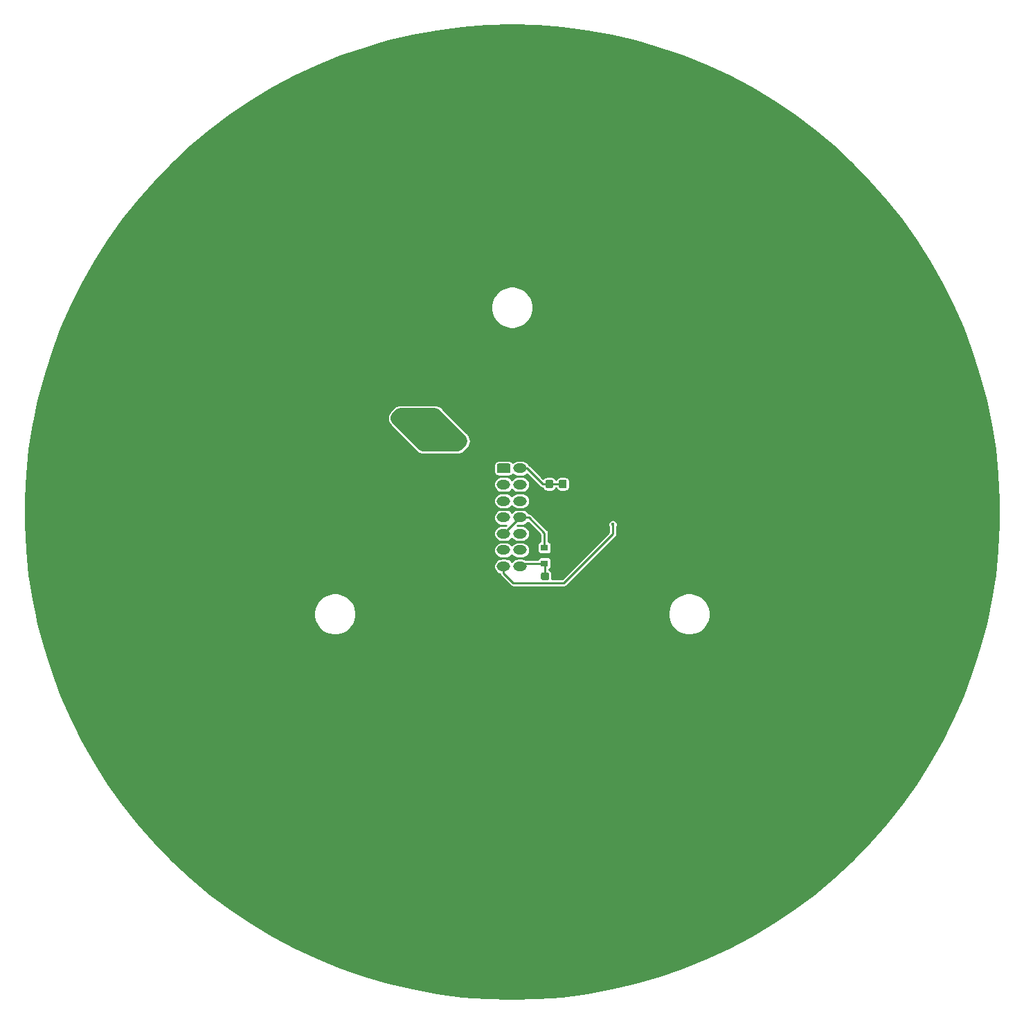
<source format=gbl>
G04 #@! TF.GenerationSoftware,KiCad,Pcbnew,5.1.5+dfsg1-2build2*
G04 #@! TF.CreationDate,2022-01-30T22:27:44+01:00*
G04 #@! TF.ProjectId,Light_Ring_PCB,4c696768-745f-4526-996e-675f5043422e,rev?*
G04 #@! TF.SameCoordinates,Original*
G04 #@! TF.FileFunction,Copper,L2,Bot*
G04 #@! TF.FilePolarity,Positive*
%FSLAX46Y46*%
G04 Gerber Fmt 4.6, Leading zero omitted, Abs format (unit mm)*
G04 Created by KiCad (PCBNEW 5.1.5+dfsg1-2build2) date 2022-01-30 22:27:44*
%MOMM*%
%LPD*%
G04 APERTURE LIST*
%ADD10C,0.100000*%
%ADD11O,1.650000X1.200000*%
%ADD12R,0.900000X0.800000*%
%ADD13C,0.800000*%
%ADD14C,0.400000*%
%ADD15C,2.000000*%
%ADD16C,0.250000*%
%ADD17C,0.254000*%
G04 APERTURE END LIST*
G04 #@! TA.AperFunction,ComponentPad*
D10*
G36*
X204711605Y-128899004D02*
G01*
X204735873Y-128902604D01*
X204759672Y-128908565D01*
X204782771Y-128916830D01*
X204804950Y-128927320D01*
X204825993Y-128939932D01*
X204845699Y-128954547D01*
X204863877Y-128971023D01*
X204880353Y-128989201D01*
X204894968Y-129008907D01*
X204907580Y-129029950D01*
X204918070Y-129052129D01*
X204926335Y-129075228D01*
X204932296Y-129099027D01*
X204935896Y-129123295D01*
X204937100Y-129147799D01*
X204937100Y-129847801D01*
X204935896Y-129872305D01*
X204932296Y-129896573D01*
X204926335Y-129920372D01*
X204918070Y-129943471D01*
X204907580Y-129965650D01*
X204894968Y-129986693D01*
X204880353Y-130006399D01*
X204863877Y-130024577D01*
X204845699Y-130041053D01*
X204825993Y-130055668D01*
X204804950Y-130068280D01*
X204782771Y-130078770D01*
X204759672Y-130087035D01*
X204735873Y-130092996D01*
X204711605Y-130096596D01*
X204687101Y-130097800D01*
X203537099Y-130097800D01*
X203512595Y-130096596D01*
X203488327Y-130092996D01*
X203464528Y-130087035D01*
X203441429Y-130078770D01*
X203419250Y-130068280D01*
X203398207Y-130055668D01*
X203378501Y-130041053D01*
X203360323Y-130024577D01*
X203343847Y-130006399D01*
X203329232Y-129986693D01*
X203316620Y-129965650D01*
X203306130Y-129943471D01*
X203297865Y-129920372D01*
X203291904Y-129896573D01*
X203288304Y-129872305D01*
X203287100Y-129847801D01*
X203287100Y-129147799D01*
X203288304Y-129123295D01*
X203291904Y-129099027D01*
X203297865Y-129075228D01*
X203306130Y-129052129D01*
X203316620Y-129029950D01*
X203329232Y-129008907D01*
X203343847Y-128989201D01*
X203360323Y-128971023D01*
X203378501Y-128954547D01*
X203398207Y-128939932D01*
X203419250Y-128927320D01*
X203441429Y-128916830D01*
X203464528Y-128908565D01*
X203488327Y-128902604D01*
X203512595Y-128899004D01*
X203537099Y-128897800D01*
X204687101Y-128897800D01*
X204711605Y-128899004D01*
G37*
G04 #@! TD.AperFunction*
D11*
X204112100Y-131497800D03*
X204112100Y-133497800D03*
X204112100Y-135497800D03*
X204112100Y-137497800D03*
X204112100Y-139497800D03*
X204112100Y-141497800D03*
X206112100Y-129497800D03*
X206112100Y-131497800D03*
X206112100Y-133497800D03*
X206112100Y-135497800D03*
X206112100Y-137497800D03*
X206112100Y-139497800D03*
X206112100Y-141497800D03*
D12*
X209096100Y-141115800D03*
X209096100Y-139215800D03*
X211096100Y-140165800D03*
G04 #@! TA.AperFunction,SMDPad,CuDef*
D10*
G36*
X209945879Y-130873944D02*
G01*
X209968934Y-130877363D01*
X209991543Y-130883027D01*
X210013487Y-130890879D01*
X210034557Y-130900844D01*
X210054548Y-130912826D01*
X210073268Y-130926710D01*
X210090538Y-130942362D01*
X210106190Y-130959632D01*
X210120074Y-130978352D01*
X210132056Y-130998343D01*
X210142021Y-131019413D01*
X210149873Y-131041357D01*
X210155537Y-131063966D01*
X210158956Y-131087021D01*
X210160100Y-131110300D01*
X210160100Y-131710300D01*
X210158956Y-131733579D01*
X210155537Y-131756634D01*
X210149873Y-131779243D01*
X210142021Y-131801187D01*
X210132056Y-131822257D01*
X210120074Y-131842248D01*
X210106190Y-131860968D01*
X210090538Y-131878238D01*
X210073268Y-131893890D01*
X210054548Y-131907774D01*
X210034557Y-131919756D01*
X210013487Y-131929721D01*
X209991543Y-131937573D01*
X209968934Y-131943237D01*
X209945879Y-131946656D01*
X209922600Y-131947800D01*
X209447600Y-131947800D01*
X209424321Y-131946656D01*
X209401266Y-131943237D01*
X209378657Y-131937573D01*
X209356713Y-131929721D01*
X209335643Y-131919756D01*
X209315652Y-131907774D01*
X209296932Y-131893890D01*
X209279662Y-131878238D01*
X209264010Y-131860968D01*
X209250126Y-131842248D01*
X209238144Y-131822257D01*
X209228179Y-131801187D01*
X209220327Y-131779243D01*
X209214663Y-131756634D01*
X209211244Y-131733579D01*
X209210100Y-131710300D01*
X209210100Y-131110300D01*
X209211244Y-131087021D01*
X209214663Y-131063966D01*
X209220327Y-131041357D01*
X209228179Y-131019413D01*
X209238144Y-130998343D01*
X209250126Y-130978352D01*
X209264010Y-130959632D01*
X209279662Y-130942362D01*
X209296932Y-130926710D01*
X209315652Y-130912826D01*
X209335643Y-130900844D01*
X209356713Y-130890879D01*
X209378657Y-130883027D01*
X209401266Y-130877363D01*
X209424321Y-130873944D01*
X209447600Y-130872800D01*
X209922600Y-130872800D01*
X209945879Y-130873944D01*
G37*
G04 #@! TD.AperFunction*
G04 #@! TA.AperFunction,SMDPad,CuDef*
G36*
X209945879Y-129148944D02*
G01*
X209968934Y-129152363D01*
X209991543Y-129158027D01*
X210013487Y-129165879D01*
X210034557Y-129175844D01*
X210054548Y-129187826D01*
X210073268Y-129201710D01*
X210090538Y-129217362D01*
X210106190Y-129234632D01*
X210120074Y-129253352D01*
X210132056Y-129273343D01*
X210142021Y-129294413D01*
X210149873Y-129316357D01*
X210155537Y-129338966D01*
X210158956Y-129362021D01*
X210160100Y-129385300D01*
X210160100Y-129985300D01*
X210158956Y-130008579D01*
X210155537Y-130031634D01*
X210149873Y-130054243D01*
X210142021Y-130076187D01*
X210132056Y-130097257D01*
X210120074Y-130117248D01*
X210106190Y-130135968D01*
X210090538Y-130153238D01*
X210073268Y-130168890D01*
X210054548Y-130182774D01*
X210034557Y-130194756D01*
X210013487Y-130204721D01*
X209991543Y-130212573D01*
X209968934Y-130218237D01*
X209945879Y-130221656D01*
X209922600Y-130222800D01*
X209447600Y-130222800D01*
X209424321Y-130221656D01*
X209401266Y-130218237D01*
X209378657Y-130212573D01*
X209356713Y-130204721D01*
X209335643Y-130194756D01*
X209315652Y-130182774D01*
X209296932Y-130168890D01*
X209279662Y-130153238D01*
X209264010Y-130135968D01*
X209250126Y-130117248D01*
X209238144Y-130097257D01*
X209228179Y-130076187D01*
X209220327Y-130054243D01*
X209214663Y-130031634D01*
X209211244Y-130008579D01*
X209210100Y-129985300D01*
X209210100Y-129385300D01*
X209211244Y-129362021D01*
X209214663Y-129338966D01*
X209220327Y-129316357D01*
X209228179Y-129294413D01*
X209238144Y-129273343D01*
X209250126Y-129253352D01*
X209264010Y-129234632D01*
X209279662Y-129217362D01*
X209296932Y-129201710D01*
X209315652Y-129187826D01*
X209335643Y-129175844D01*
X209356713Y-129165879D01*
X209378657Y-129158027D01*
X209401266Y-129152363D01*
X209424321Y-129148944D01*
X209447600Y-129147800D01*
X209922600Y-129147800D01*
X209945879Y-129148944D01*
G37*
G04 #@! TD.AperFunction*
G04 #@! TA.AperFunction,SMDPad,CuDef*
G36*
X211596879Y-130873944D02*
G01*
X211619934Y-130877363D01*
X211642543Y-130883027D01*
X211664487Y-130890879D01*
X211685557Y-130900844D01*
X211705548Y-130912826D01*
X211724268Y-130926710D01*
X211741538Y-130942362D01*
X211757190Y-130959632D01*
X211771074Y-130978352D01*
X211783056Y-130998343D01*
X211793021Y-131019413D01*
X211800873Y-131041357D01*
X211806537Y-131063966D01*
X211809956Y-131087021D01*
X211811100Y-131110300D01*
X211811100Y-131710300D01*
X211809956Y-131733579D01*
X211806537Y-131756634D01*
X211800873Y-131779243D01*
X211793021Y-131801187D01*
X211783056Y-131822257D01*
X211771074Y-131842248D01*
X211757190Y-131860968D01*
X211741538Y-131878238D01*
X211724268Y-131893890D01*
X211705548Y-131907774D01*
X211685557Y-131919756D01*
X211664487Y-131929721D01*
X211642543Y-131937573D01*
X211619934Y-131943237D01*
X211596879Y-131946656D01*
X211573600Y-131947800D01*
X211098600Y-131947800D01*
X211075321Y-131946656D01*
X211052266Y-131943237D01*
X211029657Y-131937573D01*
X211007713Y-131929721D01*
X210986643Y-131919756D01*
X210966652Y-131907774D01*
X210947932Y-131893890D01*
X210930662Y-131878238D01*
X210915010Y-131860968D01*
X210901126Y-131842248D01*
X210889144Y-131822257D01*
X210879179Y-131801187D01*
X210871327Y-131779243D01*
X210865663Y-131756634D01*
X210862244Y-131733579D01*
X210861100Y-131710300D01*
X210861100Y-131110300D01*
X210862244Y-131087021D01*
X210865663Y-131063966D01*
X210871327Y-131041357D01*
X210879179Y-131019413D01*
X210889144Y-130998343D01*
X210901126Y-130978352D01*
X210915010Y-130959632D01*
X210930662Y-130942362D01*
X210947932Y-130926710D01*
X210966652Y-130912826D01*
X210986643Y-130900844D01*
X211007713Y-130890879D01*
X211029657Y-130883027D01*
X211052266Y-130877363D01*
X211075321Y-130873944D01*
X211098600Y-130872800D01*
X211573600Y-130872800D01*
X211596879Y-130873944D01*
G37*
G04 #@! TD.AperFunction*
G04 #@! TA.AperFunction,SMDPad,CuDef*
G36*
X211596879Y-129148944D02*
G01*
X211619934Y-129152363D01*
X211642543Y-129158027D01*
X211664487Y-129165879D01*
X211685557Y-129175844D01*
X211705548Y-129187826D01*
X211724268Y-129201710D01*
X211741538Y-129217362D01*
X211757190Y-129234632D01*
X211771074Y-129253352D01*
X211783056Y-129273343D01*
X211793021Y-129294413D01*
X211800873Y-129316357D01*
X211806537Y-129338966D01*
X211809956Y-129362021D01*
X211811100Y-129385300D01*
X211811100Y-129985300D01*
X211809956Y-130008579D01*
X211806537Y-130031634D01*
X211800873Y-130054243D01*
X211793021Y-130076187D01*
X211783056Y-130097257D01*
X211771074Y-130117248D01*
X211757190Y-130135968D01*
X211741538Y-130153238D01*
X211724268Y-130168890D01*
X211705548Y-130182774D01*
X211685557Y-130194756D01*
X211664487Y-130204721D01*
X211642543Y-130212573D01*
X211619934Y-130218237D01*
X211596879Y-130221656D01*
X211573600Y-130222800D01*
X211098600Y-130222800D01*
X211075321Y-130221656D01*
X211052266Y-130218237D01*
X211029657Y-130212573D01*
X211007713Y-130204721D01*
X210986643Y-130194756D01*
X210966652Y-130182774D01*
X210947932Y-130168890D01*
X210930662Y-130153238D01*
X210915010Y-130135968D01*
X210901126Y-130117248D01*
X210889144Y-130097257D01*
X210879179Y-130076187D01*
X210871327Y-130054243D01*
X210865663Y-130031634D01*
X210862244Y-130008579D01*
X210861100Y-129985300D01*
X210861100Y-129385300D01*
X210862244Y-129362021D01*
X210865663Y-129338966D01*
X210871327Y-129316357D01*
X210879179Y-129294413D01*
X210889144Y-129273343D01*
X210901126Y-129253352D01*
X210915010Y-129234632D01*
X210930662Y-129217362D01*
X210947932Y-129201710D01*
X210966652Y-129187826D01*
X210986643Y-129175844D01*
X211007713Y-129165879D01*
X211029657Y-129158027D01*
X211052266Y-129152363D01*
X211075321Y-129148944D01*
X211098600Y-129147800D01*
X211573600Y-129147800D01*
X211596879Y-129148944D01*
G37*
G04 #@! TD.AperFunction*
G04 #@! TA.AperFunction,SMDPad,CuDef*
G36*
X209441879Y-142231944D02*
G01*
X209464934Y-142235363D01*
X209487543Y-142241027D01*
X209509487Y-142248879D01*
X209530557Y-142258844D01*
X209550548Y-142270826D01*
X209569268Y-142284710D01*
X209586538Y-142300362D01*
X209602190Y-142317632D01*
X209616074Y-142336352D01*
X209628056Y-142356343D01*
X209638021Y-142377413D01*
X209645873Y-142399357D01*
X209651537Y-142421966D01*
X209654956Y-142445021D01*
X209656100Y-142468300D01*
X209656100Y-142943300D01*
X209654956Y-142966579D01*
X209651537Y-142989634D01*
X209645873Y-143012243D01*
X209638021Y-143034187D01*
X209628056Y-143055257D01*
X209616074Y-143075248D01*
X209602190Y-143093968D01*
X209586538Y-143111238D01*
X209569268Y-143126890D01*
X209550548Y-143140774D01*
X209530557Y-143152756D01*
X209509487Y-143162721D01*
X209487543Y-143170573D01*
X209464934Y-143176237D01*
X209441879Y-143179656D01*
X209418600Y-143180800D01*
X208918600Y-143180800D01*
X208895321Y-143179656D01*
X208872266Y-143176237D01*
X208849657Y-143170573D01*
X208827713Y-143162721D01*
X208806643Y-143152756D01*
X208786652Y-143140774D01*
X208767932Y-143126890D01*
X208750662Y-143111238D01*
X208735010Y-143093968D01*
X208721126Y-143075248D01*
X208709144Y-143055257D01*
X208699179Y-143034187D01*
X208691327Y-143012243D01*
X208685663Y-142989634D01*
X208682244Y-142966579D01*
X208681100Y-142943300D01*
X208681100Y-142468300D01*
X208682244Y-142445021D01*
X208685663Y-142421966D01*
X208691327Y-142399357D01*
X208699179Y-142377413D01*
X208709144Y-142356343D01*
X208721126Y-142336352D01*
X208735010Y-142317632D01*
X208750662Y-142300362D01*
X208767932Y-142284710D01*
X208786652Y-142270826D01*
X208806643Y-142258844D01*
X208827713Y-142248879D01*
X208849657Y-142241027D01*
X208872266Y-142235363D01*
X208895321Y-142231944D01*
X208918600Y-142230800D01*
X209418600Y-142230800D01*
X209441879Y-142231944D01*
G37*
G04 #@! TD.AperFunction*
G04 #@! TA.AperFunction,SMDPad,CuDef*
G36*
X211266879Y-142231944D02*
G01*
X211289934Y-142235363D01*
X211312543Y-142241027D01*
X211334487Y-142248879D01*
X211355557Y-142258844D01*
X211375548Y-142270826D01*
X211394268Y-142284710D01*
X211411538Y-142300362D01*
X211427190Y-142317632D01*
X211441074Y-142336352D01*
X211453056Y-142356343D01*
X211463021Y-142377413D01*
X211470873Y-142399357D01*
X211476537Y-142421966D01*
X211479956Y-142445021D01*
X211481100Y-142468300D01*
X211481100Y-142943300D01*
X211479956Y-142966579D01*
X211476537Y-142989634D01*
X211470873Y-143012243D01*
X211463021Y-143034187D01*
X211453056Y-143055257D01*
X211441074Y-143075248D01*
X211427190Y-143093968D01*
X211411538Y-143111238D01*
X211394268Y-143126890D01*
X211375548Y-143140774D01*
X211355557Y-143152756D01*
X211334487Y-143162721D01*
X211312543Y-143170573D01*
X211289934Y-143176237D01*
X211266879Y-143179656D01*
X211243600Y-143180800D01*
X210743600Y-143180800D01*
X210720321Y-143179656D01*
X210697266Y-143176237D01*
X210674657Y-143170573D01*
X210652713Y-143162721D01*
X210631643Y-143152756D01*
X210611652Y-143140774D01*
X210592932Y-143126890D01*
X210575662Y-143111238D01*
X210560010Y-143093968D01*
X210546126Y-143075248D01*
X210534144Y-143055257D01*
X210524179Y-143034187D01*
X210516327Y-143012243D01*
X210510663Y-142989634D01*
X210507244Y-142966579D01*
X210506100Y-142943300D01*
X210506100Y-142468300D01*
X210507244Y-142445021D01*
X210510663Y-142421966D01*
X210516327Y-142399357D01*
X210524179Y-142377413D01*
X210534144Y-142356343D01*
X210546126Y-142336352D01*
X210560010Y-142317632D01*
X210575662Y-142300362D01*
X210592932Y-142284710D01*
X210611652Y-142270826D01*
X210631643Y-142258844D01*
X210652713Y-142248879D01*
X210674657Y-142241027D01*
X210697266Y-142235363D01*
X210720321Y-142231944D01*
X210743600Y-142230800D01*
X211243600Y-142230800D01*
X211266879Y-142231944D01*
G37*
G04 #@! TD.AperFunction*
D13*
X157518100Y-123621800D03*
X148628100Y-132511800D03*
X156248100Y-135051800D03*
X156248100Y-137591800D03*
X157518100Y-147751800D03*
X159042100Y-149783800D03*
X149390100Y-147243800D03*
X150152100Y-118795800D03*
X156248100Y-105079800D03*
X162598100Y-110921800D03*
X160820100Y-113715800D03*
X168440100Y-102793800D03*
X169964100Y-101523800D03*
X167170100Y-92887800D03*
X180124100Y-93395800D03*
X178600100Y-94157800D03*
X178854100Y-84759800D03*
X190284100Y-88315800D03*
X192062100Y-88061800D03*
X192316100Y-79171800D03*
X200444100Y-85521800D03*
X201968100Y-86029800D03*
X207302100Y-77647800D03*
X222796100Y-81965800D03*
X214922100Y-87299800D03*
X216192100Y-87807800D03*
X235750100Y-86537800D03*
X226098100Y-90601800D03*
X227368100Y-91363800D03*
X236512100Y-96189800D03*
X235750100Y-97205800D03*
X246926100Y-97205800D03*
X246672100Y-110159800D03*
X245148100Y-106603800D03*
X255816100Y-108889800D03*
X250228100Y-119303800D03*
X250228100Y-120573800D03*
X261404100Y-122859800D03*
X253276100Y-130479800D03*
X252514100Y-131495800D03*
X262166100Y-138099800D03*
X252514100Y-143941800D03*
X252006100Y-144957800D03*
X259372100Y-152577800D03*
X248450100Y-156641800D03*
X247942100Y-158165800D03*
X253530100Y-165785800D03*
X241846100Y-166547800D03*
X240830100Y-167563800D03*
X244640100Y-176961800D03*
X231940100Y-174675800D03*
X230670100Y-175691800D03*
X220256100Y-180517800D03*
X218732100Y-181025800D03*
X216700100Y-189915800D03*
X209334100Y-184073800D03*
X205270100Y-183565800D03*
X203492100Y-192709800D03*
X194094100Y-182803800D03*
X195364100Y-183311800D03*
X188252100Y-187629800D03*
X183934100Y-178993800D03*
X182918100Y-178231800D03*
X174790100Y-181787800D03*
X173774100Y-171627800D03*
X173266100Y-170611800D03*
X162852100Y-172389800D03*
X154724100Y-160705800D03*
X164630100Y-159943800D03*
X165392100Y-160705800D03*
X230924100Y-185597800D03*
D14*
X209700100Y-138260800D03*
X209700100Y-131529800D03*
D13*
X194348100Y-126415800D03*
X193586100Y-125653800D03*
X197904100Y-125399800D03*
X192824100Y-124891800D03*
X197142100Y-124637800D03*
X196380100Y-123875800D03*
X192062100Y-124129800D03*
X191300100Y-123367800D03*
X195618100Y-123113800D03*
D14*
X217447100Y-136355800D03*
D15*
X191300100Y-123367800D02*
X194348100Y-126415800D01*
X198412100Y-126415800D02*
X198666100Y-126161800D01*
X194348100Y-126415800D02*
X198412100Y-126415800D01*
X198666100Y-126161800D02*
X195618100Y-123113800D01*
X191554100Y-123113800D02*
X191300100Y-123367800D01*
X195618100Y-123113800D02*
X191554100Y-123113800D01*
X191300100Y-123367800D02*
X193586100Y-123367800D01*
X193586100Y-123367800D02*
X195618100Y-125399800D01*
D16*
X209685100Y-131410300D02*
X211336100Y-131410300D01*
X208869400Y-131410300D02*
X206956900Y-129497800D01*
X206956900Y-129497800D02*
X206112100Y-129497800D01*
X209685100Y-131410300D02*
X208869400Y-131410300D01*
X207187100Y-135497800D02*
X206112100Y-135497800D01*
X209096100Y-137406800D02*
X207187100Y-135497800D01*
X209096100Y-139215800D02*
X209096100Y-137406800D01*
X204112100Y-137497800D02*
X206112100Y-135497800D01*
X211476600Y-143505810D02*
X217447100Y-137535310D01*
X205270110Y-143505810D02*
X211476600Y-143505810D01*
X204112100Y-142347800D02*
X205270110Y-143505810D01*
X204112100Y-141497800D02*
X204112100Y-142347800D01*
X217447100Y-136638642D02*
X217447100Y-136355800D01*
X217447100Y-137535310D02*
X217447100Y-136638642D01*
X209168600Y-141188300D02*
X209096100Y-141115800D01*
X209168600Y-142705800D02*
X209168600Y-141188300D01*
X206494100Y-141115800D02*
X206112100Y-141497800D01*
X209096100Y-141115800D02*
X206494100Y-141115800D01*
D17*
G36*
X208192064Y-75391717D02*
G01*
X211247903Y-75628258D01*
X214287513Y-76021797D01*
X217302834Y-76571288D01*
X220285870Y-77275277D01*
X223228711Y-78131895D01*
X226123551Y-79138871D01*
X228962716Y-80293534D01*
X231738675Y-81592823D01*
X234444068Y-83033293D01*
X237071721Y-84611122D01*
X239614664Y-86322128D01*
X242066156Y-88161773D01*
X244419694Y-90125179D01*
X246669038Y-92207138D01*
X248808223Y-94402130D01*
X250831576Y-96704335D01*
X252733732Y-99107646D01*
X254509646Y-101605692D01*
X256154609Y-104191847D01*
X257664259Y-106859254D01*
X259034593Y-109600839D01*
X260261976Y-112409332D01*
X261343154Y-115277286D01*
X262275260Y-118197094D01*
X263055822Y-121161015D01*
X263682770Y-124161189D01*
X264154442Y-127189658D01*
X264469586Y-130238394D01*
X264627368Y-133299310D01*
X264627368Y-136364290D01*
X264469586Y-139425206D01*
X264154442Y-142473942D01*
X263682770Y-145502411D01*
X263055822Y-148502585D01*
X262275260Y-151466506D01*
X261343154Y-154386314D01*
X260261976Y-157254268D01*
X259034593Y-160062761D01*
X257664259Y-162804346D01*
X256154609Y-165471753D01*
X254509646Y-168057908D01*
X252733732Y-170555954D01*
X250831576Y-172959265D01*
X248808223Y-175261470D01*
X246669038Y-177456462D01*
X244419694Y-179538421D01*
X242066156Y-181501827D01*
X239614664Y-183341472D01*
X237071721Y-185052478D01*
X234444068Y-186630307D01*
X231738675Y-188070777D01*
X228962716Y-189370066D01*
X226123551Y-190524729D01*
X223228711Y-191531705D01*
X220285870Y-192388323D01*
X217302834Y-193092312D01*
X214287513Y-193641803D01*
X211247903Y-194035342D01*
X208192064Y-194271883D01*
X205128100Y-194350800D01*
X202064136Y-194271883D01*
X199008297Y-194035342D01*
X195968687Y-193641803D01*
X192953366Y-193092312D01*
X189970330Y-192388323D01*
X187027489Y-191531705D01*
X184132649Y-190524729D01*
X181293484Y-189370066D01*
X178517525Y-188070777D01*
X175812132Y-186630307D01*
X173184479Y-185052478D01*
X170641536Y-183341472D01*
X168190044Y-181501827D01*
X165836506Y-179538421D01*
X163587162Y-177456462D01*
X161447977Y-175261470D01*
X159424624Y-172959265D01*
X157522468Y-170555954D01*
X155746554Y-168057908D01*
X154101591Y-165471753D01*
X152591941Y-162804346D01*
X151221607Y-160062761D01*
X149994224Y-157254268D01*
X148913046Y-154386314D01*
X147980940Y-151466506D01*
X147200378Y-148502585D01*
X146902443Y-147076857D01*
X180888990Y-147076857D01*
X180888990Y-147586743D01*
X180988463Y-148086830D01*
X181183588Y-148557903D01*
X181466865Y-148981857D01*
X181827408Y-149342400D01*
X182251362Y-149625677D01*
X182722435Y-149820802D01*
X183222522Y-149920275D01*
X183732408Y-149920275D01*
X184232495Y-149820802D01*
X184703568Y-149625677D01*
X185127522Y-149342400D01*
X185488065Y-148981857D01*
X185771342Y-148557903D01*
X185966467Y-148086830D01*
X186065940Y-147586743D01*
X186065940Y-147076857D01*
X224190260Y-147076857D01*
X224190260Y-147586743D01*
X224289733Y-148086830D01*
X224484858Y-148557903D01*
X224768135Y-148981857D01*
X225128678Y-149342400D01*
X225552632Y-149625677D01*
X226023705Y-149820802D01*
X226523792Y-149920275D01*
X227033678Y-149920275D01*
X227533765Y-149820802D01*
X228004838Y-149625677D01*
X228428792Y-149342400D01*
X228789335Y-148981857D01*
X229072612Y-148557903D01*
X229267737Y-148086830D01*
X229367210Y-147586743D01*
X229367210Y-147076857D01*
X229267737Y-146576770D01*
X229072612Y-146105697D01*
X228789335Y-145681743D01*
X228428792Y-145321200D01*
X228004838Y-145037923D01*
X227533765Y-144842798D01*
X227033678Y-144743325D01*
X226523792Y-144743325D01*
X226023705Y-144842798D01*
X225552632Y-145037923D01*
X225128678Y-145321200D01*
X224768135Y-145681743D01*
X224484858Y-146105697D01*
X224289733Y-146576770D01*
X224190260Y-147076857D01*
X186065940Y-147076857D01*
X185966467Y-146576770D01*
X185771342Y-146105697D01*
X185488065Y-145681743D01*
X185127522Y-145321200D01*
X184703568Y-145037923D01*
X184232495Y-144842798D01*
X183732408Y-144743325D01*
X183222522Y-144743325D01*
X182722435Y-144842798D01*
X182251362Y-145037923D01*
X181827408Y-145321200D01*
X181466865Y-145681743D01*
X181183588Y-146105697D01*
X180988463Y-146576770D01*
X180888990Y-147076857D01*
X146902443Y-147076857D01*
X146573430Y-145502411D01*
X146101758Y-142473942D01*
X146000856Y-141497800D01*
X202901354Y-141497800D01*
X202920295Y-141690110D01*
X202976389Y-141875029D01*
X203067482Y-142045451D01*
X203190072Y-142194828D01*
X203339449Y-142317418D01*
X203509871Y-142408511D01*
X203612704Y-142439705D01*
X203613422Y-142446992D01*
X203642355Y-142542374D01*
X203642356Y-142542375D01*
X203689342Y-142630279D01*
X203752574Y-142707327D01*
X203771880Y-142723171D01*
X204894738Y-143846030D01*
X204910583Y-143865337D01*
X204987631Y-143928569D01*
X205075535Y-143975555D01*
X205148717Y-143997754D01*
X205170916Y-144004488D01*
X205180804Y-144005462D01*
X205245256Y-144011810D01*
X205245263Y-144011810D01*
X205270109Y-144014257D01*
X205294955Y-144011810D01*
X211451754Y-144011810D01*
X211476600Y-144014257D01*
X211501446Y-144011810D01*
X211501454Y-144011810D01*
X211575793Y-144004488D01*
X211671175Y-143975555D01*
X211759079Y-143928569D01*
X211836127Y-143865337D01*
X211851976Y-143846025D01*
X217787320Y-137910682D01*
X217806627Y-137894837D01*
X217869859Y-137817789D01*
X217916845Y-137729885D01*
X217945778Y-137634503D01*
X217953100Y-137560164D01*
X217953100Y-137560157D01*
X217955547Y-137535311D01*
X217953100Y-137510465D01*
X217953100Y-136644289D01*
X217961975Y-136631007D01*
X218005772Y-136525271D01*
X218028100Y-136413023D01*
X218028100Y-136298577D01*
X218005772Y-136186329D01*
X217961975Y-136080593D01*
X217898392Y-135985434D01*
X217817466Y-135904508D01*
X217722307Y-135840925D01*
X217616571Y-135797128D01*
X217504323Y-135774800D01*
X217389877Y-135774800D01*
X217277629Y-135797128D01*
X217171893Y-135840925D01*
X217076734Y-135904508D01*
X216995808Y-135985434D01*
X216932225Y-136080593D01*
X216888428Y-136186329D01*
X216866100Y-136298577D01*
X216866100Y-136413023D01*
X216888428Y-136525271D01*
X216932225Y-136631007D01*
X216941100Y-136644289D01*
X216941100Y-136663495D01*
X216941101Y-136663505D01*
X216941100Y-137325718D01*
X211267009Y-142999810D01*
X210033377Y-142999810D01*
X210038943Y-142943300D01*
X210038943Y-142468300D01*
X210027023Y-142347277D01*
X209991722Y-142230905D01*
X209934396Y-142123656D01*
X209857249Y-142029651D01*
X209763244Y-141952504D01*
X209674600Y-141905123D01*
X209674600Y-141874964D01*
X209692608Y-141869501D01*
X209758796Y-141834122D01*
X209816811Y-141786511D01*
X209864422Y-141728496D01*
X209899801Y-141662308D01*
X209921587Y-141590489D01*
X209928943Y-141515800D01*
X209928943Y-140715800D01*
X209921587Y-140641111D01*
X209899801Y-140569292D01*
X209864422Y-140503104D01*
X209816811Y-140445089D01*
X209758796Y-140397478D01*
X209692608Y-140362099D01*
X209620789Y-140340313D01*
X209546100Y-140332957D01*
X208646100Y-140332957D01*
X208571411Y-140340313D01*
X208499592Y-140362099D01*
X208433404Y-140397478D01*
X208375389Y-140445089D01*
X208327778Y-140503104D01*
X208292399Y-140569292D01*
X208280111Y-140609800D01*
X206756818Y-140609800D01*
X206714329Y-140587089D01*
X206529410Y-140530995D01*
X206385287Y-140516800D01*
X205838913Y-140516800D01*
X205694790Y-140530995D01*
X205509871Y-140587089D01*
X205339449Y-140678182D01*
X205190072Y-140800772D01*
X205112100Y-140895782D01*
X205034128Y-140800772D01*
X204884751Y-140678182D01*
X204714329Y-140587089D01*
X204529410Y-140530995D01*
X204385287Y-140516800D01*
X203838913Y-140516800D01*
X203694790Y-140530995D01*
X203509871Y-140587089D01*
X203339449Y-140678182D01*
X203190072Y-140800772D01*
X203067482Y-140950149D01*
X202976389Y-141120571D01*
X202920295Y-141305490D01*
X202901354Y-141497800D01*
X146000856Y-141497800D01*
X145794118Y-139497800D01*
X202901354Y-139497800D01*
X202920295Y-139690110D01*
X202976389Y-139875029D01*
X203067482Y-140045451D01*
X203190072Y-140194828D01*
X203339449Y-140317418D01*
X203509871Y-140408511D01*
X203694790Y-140464605D01*
X203838913Y-140478800D01*
X204385287Y-140478800D01*
X204529410Y-140464605D01*
X204714329Y-140408511D01*
X204884751Y-140317418D01*
X205034128Y-140194828D01*
X205112100Y-140099818D01*
X205190072Y-140194828D01*
X205339449Y-140317418D01*
X205509871Y-140408511D01*
X205694790Y-140464605D01*
X205838913Y-140478800D01*
X206385287Y-140478800D01*
X206529410Y-140464605D01*
X206714329Y-140408511D01*
X206884751Y-140317418D01*
X207034128Y-140194828D01*
X207156718Y-140045451D01*
X207247811Y-139875029D01*
X207303905Y-139690110D01*
X207322846Y-139497800D01*
X207303905Y-139305490D01*
X207247811Y-139120571D01*
X207156718Y-138950149D01*
X207034128Y-138800772D01*
X206884751Y-138678182D01*
X206714329Y-138587089D01*
X206529410Y-138530995D01*
X206385287Y-138516800D01*
X205838913Y-138516800D01*
X205694790Y-138530995D01*
X205509871Y-138587089D01*
X205339449Y-138678182D01*
X205190072Y-138800772D01*
X205112100Y-138895782D01*
X205034128Y-138800772D01*
X204884751Y-138678182D01*
X204714329Y-138587089D01*
X204529410Y-138530995D01*
X204385287Y-138516800D01*
X203838913Y-138516800D01*
X203694790Y-138530995D01*
X203509871Y-138587089D01*
X203339449Y-138678182D01*
X203190072Y-138800772D01*
X203067482Y-138950149D01*
X202976389Y-139120571D01*
X202920295Y-139305490D01*
X202901354Y-139497800D01*
X145794118Y-139497800D01*
X145786614Y-139425206D01*
X145628832Y-136364290D01*
X145628832Y-135497800D01*
X202901354Y-135497800D01*
X202920295Y-135690110D01*
X202976389Y-135875029D01*
X203067482Y-136045451D01*
X203190072Y-136194828D01*
X203339449Y-136317418D01*
X203509871Y-136408511D01*
X203694790Y-136464605D01*
X203838913Y-136478800D01*
X204385287Y-136478800D01*
X204418810Y-136475498D01*
X204377509Y-136516800D01*
X203838913Y-136516800D01*
X203694790Y-136530995D01*
X203509871Y-136587089D01*
X203339449Y-136678182D01*
X203190072Y-136800772D01*
X203067482Y-136950149D01*
X202976389Y-137120571D01*
X202920295Y-137305490D01*
X202901354Y-137497800D01*
X202920295Y-137690110D01*
X202976389Y-137875029D01*
X203067482Y-138045451D01*
X203190072Y-138194828D01*
X203339449Y-138317418D01*
X203509871Y-138408511D01*
X203694790Y-138464605D01*
X203838913Y-138478800D01*
X204385287Y-138478800D01*
X204529410Y-138464605D01*
X204714329Y-138408511D01*
X204884751Y-138317418D01*
X205034128Y-138194828D01*
X205112100Y-138099818D01*
X205190072Y-138194828D01*
X205339449Y-138317418D01*
X205509871Y-138408511D01*
X205694790Y-138464605D01*
X205838913Y-138478800D01*
X206385287Y-138478800D01*
X206529410Y-138464605D01*
X206714329Y-138408511D01*
X206884751Y-138317418D01*
X207034128Y-138194828D01*
X207156718Y-138045451D01*
X207247811Y-137875029D01*
X207303905Y-137690110D01*
X207322846Y-137497800D01*
X207303905Y-137305490D01*
X207247811Y-137120571D01*
X207156718Y-136950149D01*
X207034128Y-136800772D01*
X206884751Y-136678182D01*
X206714329Y-136587089D01*
X206529410Y-136530995D01*
X206385287Y-136516800D01*
X205838913Y-136516800D01*
X205805390Y-136520102D01*
X205846692Y-136478800D01*
X206385287Y-136478800D01*
X206529410Y-136464605D01*
X206714329Y-136408511D01*
X206884751Y-136317418D01*
X207034128Y-136194828D01*
X207094713Y-136121004D01*
X208590101Y-137616393D01*
X208590100Y-138438472D01*
X208571411Y-138440313D01*
X208499592Y-138462099D01*
X208433404Y-138497478D01*
X208375389Y-138545089D01*
X208327778Y-138603104D01*
X208292399Y-138669292D01*
X208270613Y-138741111D01*
X208263257Y-138815800D01*
X208263257Y-139615800D01*
X208270613Y-139690489D01*
X208292399Y-139762308D01*
X208327778Y-139828496D01*
X208375389Y-139886511D01*
X208433404Y-139934122D01*
X208499592Y-139969501D01*
X208571411Y-139991287D01*
X208646100Y-139998643D01*
X209546100Y-139998643D01*
X209620789Y-139991287D01*
X209692608Y-139969501D01*
X209758796Y-139934122D01*
X209816811Y-139886511D01*
X209864422Y-139828496D01*
X209899801Y-139762308D01*
X209921587Y-139690489D01*
X209928943Y-139615800D01*
X209928943Y-138815800D01*
X209921587Y-138741111D01*
X209899801Y-138669292D01*
X209864422Y-138603104D01*
X209816811Y-138545089D01*
X209758796Y-138497478D01*
X209692608Y-138462099D01*
X209620789Y-138440313D01*
X209602100Y-138438472D01*
X209602100Y-137431654D01*
X209604548Y-137406800D01*
X209594778Y-137307607D01*
X209565845Y-137212225D01*
X209518859Y-137124321D01*
X209455627Y-137047273D01*
X209436320Y-137031428D01*
X207562476Y-135157585D01*
X207546627Y-135138273D01*
X207469579Y-135075041D01*
X207381675Y-135028055D01*
X207286293Y-134999122D01*
X207211954Y-134991800D01*
X207211946Y-134991800D01*
X207187100Y-134989353D01*
X207178145Y-134990235D01*
X207156718Y-134950149D01*
X207034128Y-134800772D01*
X206884751Y-134678182D01*
X206714329Y-134587089D01*
X206529410Y-134530995D01*
X206385287Y-134516800D01*
X205838913Y-134516800D01*
X205694790Y-134530995D01*
X205509871Y-134587089D01*
X205339449Y-134678182D01*
X205190072Y-134800772D01*
X205112100Y-134895782D01*
X205034128Y-134800772D01*
X204884751Y-134678182D01*
X204714329Y-134587089D01*
X204529410Y-134530995D01*
X204385287Y-134516800D01*
X203838913Y-134516800D01*
X203694790Y-134530995D01*
X203509871Y-134587089D01*
X203339449Y-134678182D01*
X203190072Y-134800772D01*
X203067482Y-134950149D01*
X202976389Y-135120571D01*
X202920295Y-135305490D01*
X202901354Y-135497800D01*
X145628832Y-135497800D01*
X145628832Y-133497800D01*
X202901354Y-133497800D01*
X202920295Y-133690110D01*
X202976389Y-133875029D01*
X203067482Y-134045451D01*
X203190072Y-134194828D01*
X203339449Y-134317418D01*
X203509871Y-134408511D01*
X203694790Y-134464605D01*
X203838913Y-134478800D01*
X204385287Y-134478800D01*
X204529410Y-134464605D01*
X204714329Y-134408511D01*
X204884751Y-134317418D01*
X205034128Y-134194828D01*
X205112100Y-134099818D01*
X205190072Y-134194828D01*
X205339449Y-134317418D01*
X205509871Y-134408511D01*
X205694790Y-134464605D01*
X205838913Y-134478800D01*
X206385287Y-134478800D01*
X206529410Y-134464605D01*
X206714329Y-134408511D01*
X206884751Y-134317418D01*
X207034128Y-134194828D01*
X207156718Y-134045451D01*
X207247811Y-133875029D01*
X207303905Y-133690110D01*
X207322846Y-133497800D01*
X207303905Y-133305490D01*
X207247811Y-133120571D01*
X207156718Y-132950149D01*
X207034128Y-132800772D01*
X206884751Y-132678182D01*
X206714329Y-132587089D01*
X206529410Y-132530995D01*
X206385287Y-132516800D01*
X205838913Y-132516800D01*
X205694790Y-132530995D01*
X205509871Y-132587089D01*
X205339449Y-132678182D01*
X205190072Y-132800772D01*
X205112100Y-132895782D01*
X205034128Y-132800772D01*
X204884751Y-132678182D01*
X204714329Y-132587089D01*
X204529410Y-132530995D01*
X204385287Y-132516800D01*
X203838913Y-132516800D01*
X203694790Y-132530995D01*
X203509871Y-132587089D01*
X203339449Y-132678182D01*
X203190072Y-132800772D01*
X203067482Y-132950149D01*
X202976389Y-133120571D01*
X202920295Y-133305490D01*
X202901354Y-133497800D01*
X145628832Y-133497800D01*
X145628832Y-133299310D01*
X145721695Y-131497800D01*
X202901354Y-131497800D01*
X202920295Y-131690110D01*
X202976389Y-131875029D01*
X203067482Y-132045451D01*
X203190072Y-132194828D01*
X203339449Y-132317418D01*
X203509871Y-132408511D01*
X203694790Y-132464605D01*
X203838913Y-132478800D01*
X204385287Y-132478800D01*
X204529410Y-132464605D01*
X204714329Y-132408511D01*
X204884751Y-132317418D01*
X205034128Y-132194828D01*
X205112100Y-132099818D01*
X205190072Y-132194828D01*
X205339449Y-132317418D01*
X205509871Y-132408511D01*
X205694790Y-132464605D01*
X205838913Y-132478800D01*
X206385287Y-132478800D01*
X206529410Y-132464605D01*
X206714329Y-132408511D01*
X206884751Y-132317418D01*
X207034128Y-132194828D01*
X207156718Y-132045451D01*
X207247811Y-131875029D01*
X207303905Y-131690110D01*
X207322846Y-131497800D01*
X207303905Y-131305490D01*
X207247811Y-131120571D01*
X207156718Y-130950149D01*
X207034128Y-130800772D01*
X206884751Y-130678182D01*
X206714329Y-130587089D01*
X206529410Y-130530995D01*
X206385287Y-130516800D01*
X205838913Y-130516800D01*
X205694790Y-130530995D01*
X205509871Y-130587089D01*
X205339449Y-130678182D01*
X205190072Y-130800772D01*
X205112100Y-130895782D01*
X205034128Y-130800772D01*
X204884751Y-130678182D01*
X204714329Y-130587089D01*
X204529410Y-130530995D01*
X204385287Y-130516800D01*
X203838913Y-130516800D01*
X203694790Y-130530995D01*
X203509871Y-130587089D01*
X203339449Y-130678182D01*
X203190072Y-130800772D01*
X203067482Y-130950149D01*
X202976389Y-131120571D01*
X202920295Y-131305490D01*
X202901354Y-131497800D01*
X145721695Y-131497800D01*
X145786614Y-130238394D01*
X145899347Y-129147799D01*
X202904257Y-129147799D01*
X202904257Y-129847801D01*
X202916417Y-129971262D01*
X202952429Y-130089979D01*
X203010910Y-130199389D01*
X203089612Y-130295288D01*
X203185511Y-130373990D01*
X203294921Y-130432471D01*
X203413638Y-130468483D01*
X203537099Y-130480643D01*
X204687101Y-130480643D01*
X204810562Y-130468483D01*
X204929279Y-130432471D01*
X205038689Y-130373990D01*
X205134588Y-130295288D01*
X205206183Y-130208050D01*
X205339449Y-130317418D01*
X205509871Y-130408511D01*
X205694790Y-130464605D01*
X205838913Y-130478800D01*
X206385287Y-130478800D01*
X206529410Y-130464605D01*
X206714329Y-130408511D01*
X206884751Y-130317418D01*
X206981515Y-130238006D01*
X208494028Y-131750520D01*
X208509873Y-131769827D01*
X208586921Y-131833059D01*
X208674825Y-131880045D01*
X208741157Y-131900166D01*
X208770206Y-131908978D01*
X208780094Y-131909952D01*
X208844546Y-131916300D01*
X208844553Y-131916300D01*
X208865583Y-131918371D01*
X208874478Y-131947695D01*
X208931804Y-132054944D01*
X209008951Y-132148949D01*
X209102956Y-132226096D01*
X209210205Y-132283422D01*
X209326577Y-132318723D01*
X209447600Y-132330643D01*
X209922600Y-132330643D01*
X210043623Y-132318723D01*
X210159995Y-132283422D01*
X210267244Y-132226096D01*
X210361249Y-132148949D01*
X210438396Y-132054944D01*
X210495722Y-131947695D01*
X210505246Y-131916300D01*
X210515954Y-131916300D01*
X210525478Y-131947695D01*
X210582804Y-132054944D01*
X210659951Y-132148949D01*
X210753956Y-132226096D01*
X210861205Y-132283422D01*
X210977577Y-132318723D01*
X211098600Y-132330643D01*
X211573600Y-132330643D01*
X211694623Y-132318723D01*
X211810995Y-132283422D01*
X211918244Y-132226096D01*
X212012249Y-132148949D01*
X212089396Y-132054944D01*
X212146722Y-131947695D01*
X212182023Y-131831323D01*
X212193943Y-131710300D01*
X212193943Y-131110300D01*
X212182023Y-130989277D01*
X212146722Y-130872905D01*
X212089396Y-130765656D01*
X212012249Y-130671651D01*
X211918244Y-130594504D01*
X211810995Y-130537178D01*
X211694623Y-130501877D01*
X211573600Y-130489957D01*
X211098600Y-130489957D01*
X210977577Y-130501877D01*
X210861205Y-130537178D01*
X210753956Y-130594504D01*
X210659951Y-130671651D01*
X210582804Y-130765656D01*
X210525478Y-130872905D01*
X210515954Y-130904300D01*
X210505246Y-130904300D01*
X210495722Y-130872905D01*
X210438396Y-130765656D01*
X210361249Y-130671651D01*
X210267244Y-130594504D01*
X210159995Y-130537178D01*
X210043623Y-130501877D01*
X209922600Y-130489957D01*
X209447600Y-130489957D01*
X209326577Y-130501877D01*
X209210205Y-130537178D01*
X209102956Y-130594504D01*
X209008951Y-130671651D01*
X208935655Y-130760963D01*
X207332276Y-129157585D01*
X207316427Y-129138273D01*
X207239379Y-129075041D01*
X207217113Y-129063140D01*
X207156718Y-128950149D01*
X207034128Y-128800772D01*
X206884751Y-128678182D01*
X206714329Y-128587089D01*
X206529410Y-128530995D01*
X206385287Y-128516800D01*
X205838913Y-128516800D01*
X205694790Y-128530995D01*
X205509871Y-128587089D01*
X205339449Y-128678182D01*
X205206183Y-128787550D01*
X205134588Y-128700312D01*
X205038689Y-128621610D01*
X204929279Y-128563129D01*
X204810562Y-128527117D01*
X204687101Y-128514957D01*
X203537099Y-128514957D01*
X203413638Y-128527117D01*
X203294921Y-128563129D01*
X203185511Y-128621610D01*
X203089612Y-128700312D01*
X203010910Y-128796211D01*
X202952429Y-128905621D01*
X202916417Y-129024338D01*
X202904257Y-129147799D01*
X145899347Y-129147799D01*
X146101758Y-127189658D01*
X146573430Y-124161189D01*
X146739224Y-123367800D01*
X189912418Y-123367800D01*
X189939082Y-123638523D01*
X190018049Y-123898843D01*
X190146285Y-124138755D01*
X190318861Y-124349039D01*
X190371558Y-124392286D01*
X193323616Y-127344345D01*
X193366861Y-127397039D01*
X193419555Y-127440284D01*
X193419557Y-127440286D01*
X193552612Y-127549481D01*
X193577145Y-127569615D01*
X193817057Y-127697851D01*
X194077377Y-127776818D01*
X194280257Y-127796800D01*
X194280267Y-127796800D01*
X194348100Y-127803481D01*
X194415933Y-127796800D01*
X198344267Y-127796800D01*
X198412100Y-127803481D01*
X198479933Y-127796800D01*
X198479943Y-127796800D01*
X198682823Y-127776818D01*
X198943143Y-127697851D01*
X199183055Y-127569615D01*
X199393339Y-127397039D01*
X199436588Y-127344340D01*
X199594642Y-127186286D01*
X199647339Y-127143039D01*
X199819915Y-126932755D01*
X199948151Y-126692842D01*
X200027117Y-126432522D01*
X200053781Y-126161800D01*
X200027117Y-125891077D01*
X199948151Y-125630757D01*
X199819915Y-125390845D01*
X199690586Y-125233257D01*
X199690581Y-125233252D01*
X199647339Y-125180561D01*
X199594648Y-125137319D01*
X196642588Y-122185260D01*
X196599339Y-122132561D01*
X196389055Y-121959985D01*
X196149143Y-121831749D01*
X195888823Y-121752782D01*
X195685943Y-121732800D01*
X195685933Y-121732800D01*
X195618100Y-121726119D01*
X195550267Y-121732800D01*
X191621932Y-121732800D01*
X191554099Y-121726119D01*
X191486266Y-121732800D01*
X191486257Y-121732800D01*
X191283377Y-121752782D01*
X191023057Y-121831749D01*
X190783145Y-121959985D01*
X190572861Y-122132561D01*
X190529612Y-122185260D01*
X190371560Y-122343312D01*
X190318861Y-122386561D01*
X190146285Y-122596845D01*
X190018049Y-122836757D01*
X189939082Y-123097077D01*
X189912418Y-123367800D01*
X146739224Y-123367800D01*
X147200378Y-121161015D01*
X147980940Y-118197094D01*
X148913046Y-115277286D01*
X149994224Y-112409332D01*
X151221607Y-109600839D01*
X151233593Y-109576858D01*
X202539626Y-109576858D01*
X202539626Y-110086742D01*
X202639099Y-110586830D01*
X202834224Y-111057902D01*
X203117501Y-111481856D01*
X203478044Y-111842399D01*
X203901998Y-112125676D01*
X204373070Y-112320801D01*
X204873158Y-112420274D01*
X205383042Y-112420274D01*
X205883130Y-112320801D01*
X206354202Y-112125676D01*
X206778156Y-111842399D01*
X207138699Y-111481856D01*
X207421976Y-111057902D01*
X207617101Y-110586830D01*
X207716574Y-110086742D01*
X207716574Y-109576858D01*
X207617101Y-109076770D01*
X207421976Y-108605698D01*
X207138699Y-108181744D01*
X206778156Y-107821201D01*
X206354202Y-107537924D01*
X205883130Y-107342799D01*
X205383042Y-107243326D01*
X204873158Y-107243326D01*
X204373070Y-107342799D01*
X203901998Y-107537924D01*
X203478044Y-107821201D01*
X203117501Y-108181744D01*
X202834224Y-108605698D01*
X202639099Y-109076770D01*
X202539626Y-109576858D01*
X151233593Y-109576858D01*
X152591941Y-106859254D01*
X154101591Y-104191847D01*
X155746554Y-101605692D01*
X157522468Y-99107646D01*
X159424624Y-96704335D01*
X161447977Y-94402130D01*
X163587162Y-92207138D01*
X165836506Y-90125179D01*
X168190044Y-88161773D01*
X170641536Y-86322128D01*
X173184479Y-84611122D01*
X175812132Y-83033293D01*
X178517525Y-81592823D01*
X181293484Y-80293534D01*
X184132649Y-79138871D01*
X187027489Y-78131895D01*
X189970330Y-77275277D01*
X192953366Y-76571288D01*
X195968687Y-76021797D01*
X199008297Y-75628258D01*
X202064136Y-75391717D01*
X205128100Y-75312800D01*
X208192064Y-75391717D01*
G37*
X208192064Y-75391717D02*
X211247903Y-75628258D01*
X214287513Y-76021797D01*
X217302834Y-76571288D01*
X220285870Y-77275277D01*
X223228711Y-78131895D01*
X226123551Y-79138871D01*
X228962716Y-80293534D01*
X231738675Y-81592823D01*
X234444068Y-83033293D01*
X237071721Y-84611122D01*
X239614664Y-86322128D01*
X242066156Y-88161773D01*
X244419694Y-90125179D01*
X246669038Y-92207138D01*
X248808223Y-94402130D01*
X250831576Y-96704335D01*
X252733732Y-99107646D01*
X254509646Y-101605692D01*
X256154609Y-104191847D01*
X257664259Y-106859254D01*
X259034593Y-109600839D01*
X260261976Y-112409332D01*
X261343154Y-115277286D01*
X262275260Y-118197094D01*
X263055822Y-121161015D01*
X263682770Y-124161189D01*
X264154442Y-127189658D01*
X264469586Y-130238394D01*
X264627368Y-133299310D01*
X264627368Y-136364290D01*
X264469586Y-139425206D01*
X264154442Y-142473942D01*
X263682770Y-145502411D01*
X263055822Y-148502585D01*
X262275260Y-151466506D01*
X261343154Y-154386314D01*
X260261976Y-157254268D01*
X259034593Y-160062761D01*
X257664259Y-162804346D01*
X256154609Y-165471753D01*
X254509646Y-168057908D01*
X252733732Y-170555954D01*
X250831576Y-172959265D01*
X248808223Y-175261470D01*
X246669038Y-177456462D01*
X244419694Y-179538421D01*
X242066156Y-181501827D01*
X239614664Y-183341472D01*
X237071721Y-185052478D01*
X234444068Y-186630307D01*
X231738675Y-188070777D01*
X228962716Y-189370066D01*
X226123551Y-190524729D01*
X223228711Y-191531705D01*
X220285870Y-192388323D01*
X217302834Y-193092312D01*
X214287513Y-193641803D01*
X211247903Y-194035342D01*
X208192064Y-194271883D01*
X205128100Y-194350800D01*
X202064136Y-194271883D01*
X199008297Y-194035342D01*
X195968687Y-193641803D01*
X192953366Y-193092312D01*
X189970330Y-192388323D01*
X187027489Y-191531705D01*
X184132649Y-190524729D01*
X181293484Y-189370066D01*
X178517525Y-188070777D01*
X175812132Y-186630307D01*
X173184479Y-185052478D01*
X170641536Y-183341472D01*
X168190044Y-181501827D01*
X165836506Y-179538421D01*
X163587162Y-177456462D01*
X161447977Y-175261470D01*
X159424624Y-172959265D01*
X157522468Y-170555954D01*
X155746554Y-168057908D01*
X154101591Y-165471753D01*
X152591941Y-162804346D01*
X151221607Y-160062761D01*
X149994224Y-157254268D01*
X148913046Y-154386314D01*
X147980940Y-151466506D01*
X147200378Y-148502585D01*
X146902443Y-147076857D01*
X180888990Y-147076857D01*
X180888990Y-147586743D01*
X180988463Y-148086830D01*
X181183588Y-148557903D01*
X181466865Y-148981857D01*
X181827408Y-149342400D01*
X182251362Y-149625677D01*
X182722435Y-149820802D01*
X183222522Y-149920275D01*
X183732408Y-149920275D01*
X184232495Y-149820802D01*
X184703568Y-149625677D01*
X185127522Y-149342400D01*
X185488065Y-148981857D01*
X185771342Y-148557903D01*
X185966467Y-148086830D01*
X186065940Y-147586743D01*
X186065940Y-147076857D01*
X224190260Y-147076857D01*
X224190260Y-147586743D01*
X224289733Y-148086830D01*
X224484858Y-148557903D01*
X224768135Y-148981857D01*
X225128678Y-149342400D01*
X225552632Y-149625677D01*
X226023705Y-149820802D01*
X226523792Y-149920275D01*
X227033678Y-149920275D01*
X227533765Y-149820802D01*
X228004838Y-149625677D01*
X228428792Y-149342400D01*
X228789335Y-148981857D01*
X229072612Y-148557903D01*
X229267737Y-148086830D01*
X229367210Y-147586743D01*
X229367210Y-147076857D01*
X229267737Y-146576770D01*
X229072612Y-146105697D01*
X228789335Y-145681743D01*
X228428792Y-145321200D01*
X228004838Y-145037923D01*
X227533765Y-144842798D01*
X227033678Y-144743325D01*
X226523792Y-144743325D01*
X226023705Y-144842798D01*
X225552632Y-145037923D01*
X225128678Y-145321200D01*
X224768135Y-145681743D01*
X224484858Y-146105697D01*
X224289733Y-146576770D01*
X224190260Y-147076857D01*
X186065940Y-147076857D01*
X185966467Y-146576770D01*
X185771342Y-146105697D01*
X185488065Y-145681743D01*
X185127522Y-145321200D01*
X184703568Y-145037923D01*
X184232495Y-144842798D01*
X183732408Y-144743325D01*
X183222522Y-144743325D01*
X182722435Y-144842798D01*
X182251362Y-145037923D01*
X181827408Y-145321200D01*
X181466865Y-145681743D01*
X181183588Y-146105697D01*
X180988463Y-146576770D01*
X180888990Y-147076857D01*
X146902443Y-147076857D01*
X146573430Y-145502411D01*
X146101758Y-142473942D01*
X146000856Y-141497800D01*
X202901354Y-141497800D01*
X202920295Y-141690110D01*
X202976389Y-141875029D01*
X203067482Y-142045451D01*
X203190072Y-142194828D01*
X203339449Y-142317418D01*
X203509871Y-142408511D01*
X203612704Y-142439705D01*
X203613422Y-142446992D01*
X203642355Y-142542374D01*
X203642356Y-142542375D01*
X203689342Y-142630279D01*
X203752574Y-142707327D01*
X203771880Y-142723171D01*
X204894738Y-143846030D01*
X204910583Y-143865337D01*
X204987631Y-143928569D01*
X205075535Y-143975555D01*
X205148717Y-143997754D01*
X205170916Y-144004488D01*
X205180804Y-144005462D01*
X205245256Y-144011810D01*
X205245263Y-144011810D01*
X205270109Y-144014257D01*
X205294955Y-144011810D01*
X211451754Y-144011810D01*
X211476600Y-144014257D01*
X211501446Y-144011810D01*
X211501454Y-144011810D01*
X211575793Y-144004488D01*
X211671175Y-143975555D01*
X211759079Y-143928569D01*
X211836127Y-143865337D01*
X211851976Y-143846025D01*
X217787320Y-137910682D01*
X217806627Y-137894837D01*
X217869859Y-137817789D01*
X217916845Y-137729885D01*
X217945778Y-137634503D01*
X217953100Y-137560164D01*
X217953100Y-137560157D01*
X217955547Y-137535311D01*
X217953100Y-137510465D01*
X217953100Y-136644289D01*
X217961975Y-136631007D01*
X218005772Y-136525271D01*
X218028100Y-136413023D01*
X218028100Y-136298577D01*
X218005772Y-136186329D01*
X217961975Y-136080593D01*
X217898392Y-135985434D01*
X217817466Y-135904508D01*
X217722307Y-135840925D01*
X217616571Y-135797128D01*
X217504323Y-135774800D01*
X217389877Y-135774800D01*
X217277629Y-135797128D01*
X217171893Y-135840925D01*
X217076734Y-135904508D01*
X216995808Y-135985434D01*
X216932225Y-136080593D01*
X216888428Y-136186329D01*
X216866100Y-136298577D01*
X216866100Y-136413023D01*
X216888428Y-136525271D01*
X216932225Y-136631007D01*
X216941100Y-136644289D01*
X216941100Y-136663495D01*
X216941101Y-136663505D01*
X216941100Y-137325718D01*
X211267009Y-142999810D01*
X210033377Y-142999810D01*
X210038943Y-142943300D01*
X210038943Y-142468300D01*
X210027023Y-142347277D01*
X209991722Y-142230905D01*
X209934396Y-142123656D01*
X209857249Y-142029651D01*
X209763244Y-141952504D01*
X209674600Y-141905123D01*
X209674600Y-141874964D01*
X209692608Y-141869501D01*
X209758796Y-141834122D01*
X209816811Y-141786511D01*
X209864422Y-141728496D01*
X209899801Y-141662308D01*
X209921587Y-141590489D01*
X209928943Y-141515800D01*
X209928943Y-140715800D01*
X209921587Y-140641111D01*
X209899801Y-140569292D01*
X209864422Y-140503104D01*
X209816811Y-140445089D01*
X209758796Y-140397478D01*
X209692608Y-140362099D01*
X209620789Y-140340313D01*
X209546100Y-140332957D01*
X208646100Y-140332957D01*
X208571411Y-140340313D01*
X208499592Y-140362099D01*
X208433404Y-140397478D01*
X208375389Y-140445089D01*
X208327778Y-140503104D01*
X208292399Y-140569292D01*
X208280111Y-140609800D01*
X206756818Y-140609800D01*
X206714329Y-140587089D01*
X206529410Y-140530995D01*
X206385287Y-140516800D01*
X205838913Y-140516800D01*
X205694790Y-140530995D01*
X205509871Y-140587089D01*
X205339449Y-140678182D01*
X205190072Y-140800772D01*
X205112100Y-140895782D01*
X205034128Y-140800772D01*
X204884751Y-140678182D01*
X204714329Y-140587089D01*
X204529410Y-140530995D01*
X204385287Y-140516800D01*
X203838913Y-140516800D01*
X203694790Y-140530995D01*
X203509871Y-140587089D01*
X203339449Y-140678182D01*
X203190072Y-140800772D01*
X203067482Y-140950149D01*
X202976389Y-141120571D01*
X202920295Y-141305490D01*
X202901354Y-141497800D01*
X146000856Y-141497800D01*
X145794118Y-139497800D01*
X202901354Y-139497800D01*
X202920295Y-139690110D01*
X202976389Y-139875029D01*
X203067482Y-140045451D01*
X203190072Y-140194828D01*
X203339449Y-140317418D01*
X203509871Y-140408511D01*
X203694790Y-140464605D01*
X203838913Y-140478800D01*
X204385287Y-140478800D01*
X204529410Y-140464605D01*
X204714329Y-140408511D01*
X204884751Y-140317418D01*
X205034128Y-140194828D01*
X205112100Y-140099818D01*
X205190072Y-140194828D01*
X205339449Y-140317418D01*
X205509871Y-140408511D01*
X205694790Y-140464605D01*
X205838913Y-140478800D01*
X206385287Y-140478800D01*
X206529410Y-140464605D01*
X206714329Y-140408511D01*
X206884751Y-140317418D01*
X207034128Y-140194828D01*
X207156718Y-140045451D01*
X207247811Y-139875029D01*
X207303905Y-139690110D01*
X207322846Y-139497800D01*
X207303905Y-139305490D01*
X207247811Y-139120571D01*
X207156718Y-138950149D01*
X207034128Y-138800772D01*
X206884751Y-138678182D01*
X206714329Y-138587089D01*
X206529410Y-138530995D01*
X206385287Y-138516800D01*
X205838913Y-138516800D01*
X205694790Y-138530995D01*
X205509871Y-138587089D01*
X205339449Y-138678182D01*
X205190072Y-138800772D01*
X205112100Y-138895782D01*
X205034128Y-138800772D01*
X204884751Y-138678182D01*
X204714329Y-138587089D01*
X204529410Y-138530995D01*
X204385287Y-138516800D01*
X203838913Y-138516800D01*
X203694790Y-138530995D01*
X203509871Y-138587089D01*
X203339449Y-138678182D01*
X203190072Y-138800772D01*
X203067482Y-138950149D01*
X202976389Y-139120571D01*
X202920295Y-139305490D01*
X202901354Y-139497800D01*
X145794118Y-139497800D01*
X145786614Y-139425206D01*
X145628832Y-136364290D01*
X145628832Y-135497800D01*
X202901354Y-135497800D01*
X202920295Y-135690110D01*
X202976389Y-135875029D01*
X203067482Y-136045451D01*
X203190072Y-136194828D01*
X203339449Y-136317418D01*
X203509871Y-136408511D01*
X203694790Y-136464605D01*
X203838913Y-136478800D01*
X204385287Y-136478800D01*
X204418810Y-136475498D01*
X204377509Y-136516800D01*
X203838913Y-136516800D01*
X203694790Y-136530995D01*
X203509871Y-136587089D01*
X203339449Y-136678182D01*
X203190072Y-136800772D01*
X203067482Y-136950149D01*
X202976389Y-137120571D01*
X202920295Y-137305490D01*
X202901354Y-137497800D01*
X202920295Y-137690110D01*
X202976389Y-137875029D01*
X203067482Y-138045451D01*
X203190072Y-138194828D01*
X203339449Y-138317418D01*
X203509871Y-138408511D01*
X203694790Y-138464605D01*
X203838913Y-138478800D01*
X204385287Y-138478800D01*
X204529410Y-138464605D01*
X204714329Y-138408511D01*
X204884751Y-138317418D01*
X205034128Y-138194828D01*
X205112100Y-138099818D01*
X205190072Y-138194828D01*
X205339449Y-138317418D01*
X205509871Y-138408511D01*
X205694790Y-138464605D01*
X205838913Y-138478800D01*
X206385287Y-138478800D01*
X206529410Y-138464605D01*
X206714329Y-138408511D01*
X206884751Y-138317418D01*
X207034128Y-138194828D01*
X207156718Y-138045451D01*
X207247811Y-137875029D01*
X207303905Y-137690110D01*
X207322846Y-137497800D01*
X207303905Y-137305490D01*
X207247811Y-137120571D01*
X207156718Y-136950149D01*
X207034128Y-136800772D01*
X206884751Y-136678182D01*
X206714329Y-136587089D01*
X206529410Y-136530995D01*
X206385287Y-136516800D01*
X205838913Y-136516800D01*
X205805390Y-136520102D01*
X205846692Y-136478800D01*
X206385287Y-136478800D01*
X206529410Y-136464605D01*
X206714329Y-136408511D01*
X206884751Y-136317418D01*
X207034128Y-136194828D01*
X207094713Y-136121004D01*
X208590101Y-137616393D01*
X208590100Y-138438472D01*
X208571411Y-138440313D01*
X208499592Y-138462099D01*
X208433404Y-138497478D01*
X208375389Y-138545089D01*
X208327778Y-138603104D01*
X208292399Y-138669292D01*
X208270613Y-138741111D01*
X208263257Y-138815800D01*
X208263257Y-139615800D01*
X208270613Y-139690489D01*
X208292399Y-139762308D01*
X208327778Y-139828496D01*
X208375389Y-139886511D01*
X208433404Y-139934122D01*
X208499592Y-139969501D01*
X208571411Y-139991287D01*
X208646100Y-139998643D01*
X209546100Y-139998643D01*
X209620789Y-139991287D01*
X209692608Y-139969501D01*
X209758796Y-139934122D01*
X209816811Y-139886511D01*
X209864422Y-139828496D01*
X209899801Y-139762308D01*
X209921587Y-139690489D01*
X209928943Y-139615800D01*
X209928943Y-138815800D01*
X209921587Y-138741111D01*
X209899801Y-138669292D01*
X209864422Y-138603104D01*
X209816811Y-138545089D01*
X209758796Y-138497478D01*
X209692608Y-138462099D01*
X209620789Y-138440313D01*
X209602100Y-138438472D01*
X209602100Y-137431654D01*
X209604548Y-137406800D01*
X209594778Y-137307607D01*
X209565845Y-137212225D01*
X209518859Y-137124321D01*
X209455627Y-137047273D01*
X209436320Y-137031428D01*
X207562476Y-135157585D01*
X207546627Y-135138273D01*
X207469579Y-135075041D01*
X207381675Y-135028055D01*
X207286293Y-134999122D01*
X207211954Y-134991800D01*
X207211946Y-134991800D01*
X207187100Y-134989353D01*
X207178145Y-134990235D01*
X207156718Y-134950149D01*
X207034128Y-134800772D01*
X206884751Y-134678182D01*
X206714329Y-134587089D01*
X206529410Y-134530995D01*
X206385287Y-134516800D01*
X205838913Y-134516800D01*
X205694790Y-134530995D01*
X205509871Y-134587089D01*
X205339449Y-134678182D01*
X205190072Y-134800772D01*
X205112100Y-134895782D01*
X205034128Y-134800772D01*
X204884751Y-134678182D01*
X204714329Y-134587089D01*
X204529410Y-134530995D01*
X204385287Y-134516800D01*
X203838913Y-134516800D01*
X203694790Y-134530995D01*
X203509871Y-134587089D01*
X203339449Y-134678182D01*
X203190072Y-134800772D01*
X203067482Y-134950149D01*
X202976389Y-135120571D01*
X202920295Y-135305490D01*
X202901354Y-135497800D01*
X145628832Y-135497800D01*
X145628832Y-133497800D01*
X202901354Y-133497800D01*
X202920295Y-133690110D01*
X202976389Y-133875029D01*
X203067482Y-134045451D01*
X203190072Y-134194828D01*
X203339449Y-134317418D01*
X203509871Y-134408511D01*
X203694790Y-134464605D01*
X203838913Y-134478800D01*
X204385287Y-134478800D01*
X204529410Y-134464605D01*
X204714329Y-134408511D01*
X204884751Y-134317418D01*
X205034128Y-134194828D01*
X205112100Y-134099818D01*
X205190072Y-134194828D01*
X205339449Y-134317418D01*
X205509871Y-134408511D01*
X205694790Y-134464605D01*
X205838913Y-134478800D01*
X206385287Y-134478800D01*
X206529410Y-134464605D01*
X206714329Y-134408511D01*
X206884751Y-134317418D01*
X207034128Y-134194828D01*
X207156718Y-134045451D01*
X207247811Y-133875029D01*
X207303905Y-133690110D01*
X207322846Y-133497800D01*
X207303905Y-133305490D01*
X207247811Y-133120571D01*
X207156718Y-132950149D01*
X207034128Y-132800772D01*
X206884751Y-132678182D01*
X206714329Y-132587089D01*
X206529410Y-132530995D01*
X206385287Y-132516800D01*
X205838913Y-132516800D01*
X205694790Y-132530995D01*
X205509871Y-132587089D01*
X205339449Y-132678182D01*
X205190072Y-132800772D01*
X205112100Y-132895782D01*
X205034128Y-132800772D01*
X204884751Y-132678182D01*
X204714329Y-132587089D01*
X204529410Y-132530995D01*
X204385287Y-132516800D01*
X203838913Y-132516800D01*
X203694790Y-132530995D01*
X203509871Y-132587089D01*
X203339449Y-132678182D01*
X203190072Y-132800772D01*
X203067482Y-132950149D01*
X202976389Y-133120571D01*
X202920295Y-133305490D01*
X202901354Y-133497800D01*
X145628832Y-133497800D01*
X145628832Y-133299310D01*
X145721695Y-131497800D01*
X202901354Y-131497800D01*
X202920295Y-131690110D01*
X202976389Y-131875029D01*
X203067482Y-132045451D01*
X203190072Y-132194828D01*
X203339449Y-132317418D01*
X203509871Y-132408511D01*
X203694790Y-132464605D01*
X203838913Y-132478800D01*
X204385287Y-132478800D01*
X204529410Y-132464605D01*
X204714329Y-132408511D01*
X204884751Y-132317418D01*
X205034128Y-132194828D01*
X205112100Y-132099818D01*
X205190072Y-132194828D01*
X205339449Y-132317418D01*
X205509871Y-132408511D01*
X205694790Y-132464605D01*
X205838913Y-132478800D01*
X206385287Y-132478800D01*
X206529410Y-132464605D01*
X206714329Y-132408511D01*
X206884751Y-132317418D01*
X207034128Y-132194828D01*
X207156718Y-132045451D01*
X207247811Y-131875029D01*
X207303905Y-131690110D01*
X207322846Y-131497800D01*
X207303905Y-131305490D01*
X207247811Y-131120571D01*
X207156718Y-130950149D01*
X207034128Y-130800772D01*
X206884751Y-130678182D01*
X206714329Y-130587089D01*
X206529410Y-130530995D01*
X206385287Y-130516800D01*
X205838913Y-130516800D01*
X205694790Y-130530995D01*
X205509871Y-130587089D01*
X205339449Y-130678182D01*
X205190072Y-130800772D01*
X205112100Y-130895782D01*
X205034128Y-130800772D01*
X204884751Y-130678182D01*
X204714329Y-130587089D01*
X204529410Y-130530995D01*
X204385287Y-130516800D01*
X203838913Y-130516800D01*
X203694790Y-130530995D01*
X203509871Y-130587089D01*
X203339449Y-130678182D01*
X203190072Y-130800772D01*
X203067482Y-130950149D01*
X202976389Y-131120571D01*
X202920295Y-131305490D01*
X202901354Y-131497800D01*
X145721695Y-131497800D01*
X145786614Y-130238394D01*
X145899347Y-129147799D01*
X202904257Y-129147799D01*
X202904257Y-129847801D01*
X202916417Y-129971262D01*
X202952429Y-130089979D01*
X203010910Y-130199389D01*
X203089612Y-130295288D01*
X203185511Y-130373990D01*
X203294921Y-130432471D01*
X203413638Y-130468483D01*
X203537099Y-130480643D01*
X204687101Y-130480643D01*
X204810562Y-130468483D01*
X204929279Y-130432471D01*
X205038689Y-130373990D01*
X205134588Y-130295288D01*
X205206183Y-130208050D01*
X205339449Y-130317418D01*
X205509871Y-130408511D01*
X205694790Y-130464605D01*
X205838913Y-130478800D01*
X206385287Y-130478800D01*
X206529410Y-130464605D01*
X206714329Y-130408511D01*
X206884751Y-130317418D01*
X206981515Y-130238006D01*
X208494028Y-131750520D01*
X208509873Y-131769827D01*
X208586921Y-131833059D01*
X208674825Y-131880045D01*
X208741157Y-131900166D01*
X208770206Y-131908978D01*
X208780094Y-131909952D01*
X208844546Y-131916300D01*
X208844553Y-131916300D01*
X208865583Y-131918371D01*
X208874478Y-131947695D01*
X208931804Y-132054944D01*
X209008951Y-132148949D01*
X209102956Y-132226096D01*
X209210205Y-132283422D01*
X209326577Y-132318723D01*
X209447600Y-132330643D01*
X209922600Y-132330643D01*
X210043623Y-132318723D01*
X210159995Y-132283422D01*
X210267244Y-132226096D01*
X210361249Y-132148949D01*
X210438396Y-132054944D01*
X210495722Y-131947695D01*
X210505246Y-131916300D01*
X210515954Y-131916300D01*
X210525478Y-131947695D01*
X210582804Y-132054944D01*
X210659951Y-132148949D01*
X210753956Y-132226096D01*
X210861205Y-132283422D01*
X210977577Y-132318723D01*
X211098600Y-132330643D01*
X211573600Y-132330643D01*
X211694623Y-132318723D01*
X211810995Y-132283422D01*
X211918244Y-132226096D01*
X212012249Y-132148949D01*
X212089396Y-132054944D01*
X212146722Y-131947695D01*
X212182023Y-131831323D01*
X212193943Y-131710300D01*
X212193943Y-131110300D01*
X212182023Y-130989277D01*
X212146722Y-130872905D01*
X212089396Y-130765656D01*
X212012249Y-130671651D01*
X211918244Y-130594504D01*
X211810995Y-130537178D01*
X211694623Y-130501877D01*
X211573600Y-130489957D01*
X211098600Y-130489957D01*
X210977577Y-130501877D01*
X210861205Y-130537178D01*
X210753956Y-130594504D01*
X210659951Y-130671651D01*
X210582804Y-130765656D01*
X210525478Y-130872905D01*
X210515954Y-130904300D01*
X210505246Y-130904300D01*
X210495722Y-130872905D01*
X210438396Y-130765656D01*
X210361249Y-130671651D01*
X210267244Y-130594504D01*
X210159995Y-130537178D01*
X210043623Y-130501877D01*
X209922600Y-130489957D01*
X209447600Y-130489957D01*
X209326577Y-130501877D01*
X209210205Y-130537178D01*
X209102956Y-130594504D01*
X209008951Y-130671651D01*
X208935655Y-130760963D01*
X207332276Y-129157585D01*
X207316427Y-129138273D01*
X207239379Y-129075041D01*
X207217113Y-129063140D01*
X207156718Y-128950149D01*
X207034128Y-128800772D01*
X206884751Y-128678182D01*
X206714329Y-128587089D01*
X206529410Y-128530995D01*
X206385287Y-128516800D01*
X205838913Y-128516800D01*
X205694790Y-128530995D01*
X205509871Y-128587089D01*
X205339449Y-128678182D01*
X205206183Y-128787550D01*
X205134588Y-128700312D01*
X205038689Y-128621610D01*
X204929279Y-128563129D01*
X204810562Y-128527117D01*
X204687101Y-128514957D01*
X203537099Y-128514957D01*
X203413638Y-128527117D01*
X203294921Y-128563129D01*
X203185511Y-128621610D01*
X203089612Y-128700312D01*
X203010910Y-128796211D01*
X202952429Y-128905621D01*
X202916417Y-129024338D01*
X202904257Y-129147799D01*
X145899347Y-129147799D01*
X146101758Y-127189658D01*
X146573430Y-124161189D01*
X146739224Y-123367800D01*
X189912418Y-123367800D01*
X189939082Y-123638523D01*
X190018049Y-123898843D01*
X190146285Y-124138755D01*
X190318861Y-124349039D01*
X190371558Y-124392286D01*
X193323616Y-127344345D01*
X193366861Y-127397039D01*
X193419555Y-127440284D01*
X193419557Y-127440286D01*
X193552612Y-127549481D01*
X193577145Y-127569615D01*
X193817057Y-127697851D01*
X194077377Y-127776818D01*
X194280257Y-127796800D01*
X194280267Y-127796800D01*
X194348100Y-127803481D01*
X194415933Y-127796800D01*
X198344267Y-127796800D01*
X198412100Y-127803481D01*
X198479933Y-127796800D01*
X198479943Y-127796800D01*
X198682823Y-127776818D01*
X198943143Y-127697851D01*
X199183055Y-127569615D01*
X199393339Y-127397039D01*
X199436588Y-127344340D01*
X199594642Y-127186286D01*
X199647339Y-127143039D01*
X199819915Y-126932755D01*
X199948151Y-126692842D01*
X200027117Y-126432522D01*
X200053781Y-126161800D01*
X200027117Y-125891077D01*
X199948151Y-125630757D01*
X199819915Y-125390845D01*
X199690586Y-125233257D01*
X199690581Y-125233252D01*
X199647339Y-125180561D01*
X199594648Y-125137319D01*
X196642588Y-122185260D01*
X196599339Y-122132561D01*
X196389055Y-121959985D01*
X196149143Y-121831749D01*
X195888823Y-121752782D01*
X195685943Y-121732800D01*
X195685933Y-121732800D01*
X195618100Y-121726119D01*
X195550267Y-121732800D01*
X191621932Y-121732800D01*
X191554099Y-121726119D01*
X191486266Y-121732800D01*
X191486257Y-121732800D01*
X191283377Y-121752782D01*
X191023057Y-121831749D01*
X190783145Y-121959985D01*
X190572861Y-122132561D01*
X190529612Y-122185260D01*
X190371560Y-122343312D01*
X190318861Y-122386561D01*
X190146285Y-122596845D01*
X190018049Y-122836757D01*
X189939082Y-123097077D01*
X189912418Y-123367800D01*
X146739224Y-123367800D01*
X147200378Y-121161015D01*
X147980940Y-118197094D01*
X148913046Y-115277286D01*
X149994224Y-112409332D01*
X151221607Y-109600839D01*
X151233593Y-109576858D01*
X202539626Y-109576858D01*
X202539626Y-110086742D01*
X202639099Y-110586830D01*
X202834224Y-111057902D01*
X203117501Y-111481856D01*
X203478044Y-111842399D01*
X203901998Y-112125676D01*
X204373070Y-112320801D01*
X204873158Y-112420274D01*
X205383042Y-112420274D01*
X205883130Y-112320801D01*
X206354202Y-112125676D01*
X206778156Y-111842399D01*
X207138699Y-111481856D01*
X207421976Y-111057902D01*
X207617101Y-110586830D01*
X207716574Y-110086742D01*
X207716574Y-109576858D01*
X207617101Y-109076770D01*
X207421976Y-108605698D01*
X207138699Y-108181744D01*
X206778156Y-107821201D01*
X206354202Y-107537924D01*
X205883130Y-107342799D01*
X205383042Y-107243326D01*
X204873158Y-107243326D01*
X204373070Y-107342799D01*
X203901998Y-107537924D01*
X203478044Y-107821201D01*
X203117501Y-108181744D01*
X202834224Y-108605698D01*
X202639099Y-109076770D01*
X202539626Y-109576858D01*
X151233593Y-109576858D01*
X152591941Y-106859254D01*
X154101591Y-104191847D01*
X155746554Y-101605692D01*
X157522468Y-99107646D01*
X159424624Y-96704335D01*
X161447977Y-94402130D01*
X163587162Y-92207138D01*
X165836506Y-90125179D01*
X168190044Y-88161773D01*
X170641536Y-86322128D01*
X173184479Y-84611122D01*
X175812132Y-83033293D01*
X178517525Y-81592823D01*
X181293484Y-80293534D01*
X184132649Y-79138871D01*
X187027489Y-78131895D01*
X189970330Y-77275277D01*
X192953366Y-76571288D01*
X195968687Y-76021797D01*
X199008297Y-75628258D01*
X202064136Y-75391717D01*
X205128100Y-75312800D01*
X208192064Y-75391717D01*
M02*

</source>
